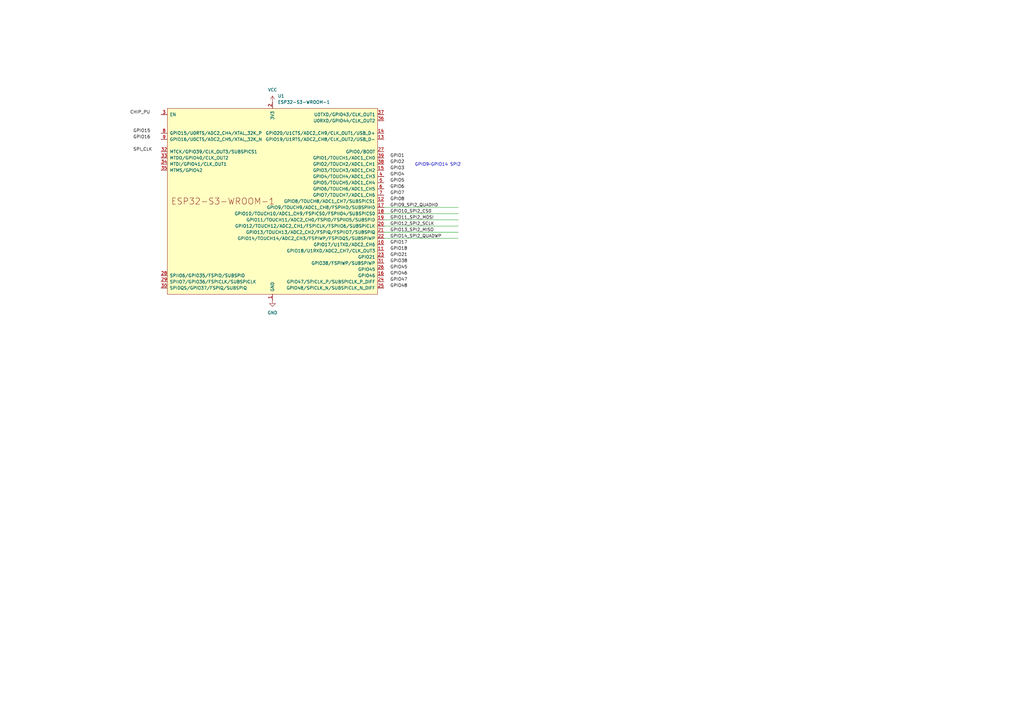
<source format=kicad_sch>
(kicad_sch (version 20250114) (generator "eeschema") (generator_version "9.0")
  (paper "A3")
  (lib_symbols
    (symbol "PCM_Espressif:ESP32-S3-WROOM-1" (pin_names (offset 1.016))
      (property "Reference" "U" (at -43.18 43.18 0))
      (property "Value" "ESP32-S3-WROOM-1" (at -43.18 40.64 0))
      (symbol "ESP32-S3-WROOM-1_0_0"
        (text "ESP32-S3-WROOM-1" (at -20.32 0 0) (effects (font (size 2.54 2.54))))
        (pin input line (at -45.72 35.56 0) (length 2.54) (name "EN") (number "3"))
        (pin bidirectional line (at -45.72 27.94 0) (length 2.54) (name "GPIO15/U0RTS/ADC2_CH4/XTAL_32K_P") (number "8"))
        (pin bidirectional line (at -45.72 25.4 0) (length 2.54) (name "GPIO16/U0CTS/ADC2_CH5/XTAL_32K_N") (number "9"))
        (pin bidirectional line (at -45.72 20.32 0) (length 2.54) (name "MTCK/GPIO39/CLK_OUT3/SUBSPICS1") (number "32"))
        (pin bidirectional line (at -45.72 17.78 0) (length 2.54) (name "MTDO/GPIO40/CLK_OUT2") (number "33"))
        (pin bidirectional line (at -45.72 15.24 0) (length 2.54) (name "MTDI/GPIO41/CLK_OUT1") (number "34"))
        (pin bidirectional line (at -45.72 12.7 0) (length 2.54) (name "MTMS/GPIO42") (number "35"))
        (pin bidirectional line (at -45.72 -30.48 0) (length 2.54) (name "SPIIO6/GPIO35/FSPID/SUBSPID") (number "28"))
        (pin bidirectional line (at -45.72 -33.02 0) (length 2.54) (name "SPIIO7/GPIO36/FSPICLK/SUBSPICLK") (number "29"))
        (pin bidirectional line (at -45.72 -35.56 0) (length 2.54) (name "SPIDQS/GPIO37/FSPIQ/SUBSPIQ") (number "30"))
        (pin power_in line (at 0 40.64 270) (length 2.54) (name "3V3") (number "2"))
        (pin power_in line (at 0 -40.64 90) (length 2.54) (name "GND") (number "1"))
        (pin passive line (at 0 -40.64 90) (length 2.54) (hide yes) (name "GND") (number "40"))
        (pin passive line (at 0 -40.64 90) (length 2.54) (hide yes) (name "GND") (number "41"))
        (pin bidirectional line (at 45.72 35.56 180) (length 2.54) (name "U0TXD/GPIO43/CLK_OUT1") (number "37"))
        (pin bidirectional line (at 45.72 33.02 180) (length 2.54) (name "U0RXD/GPIO44/CLK_OUT2") (number "36"))
        (pin bidirectional line (at 45.72 27.94 180) (length 2.54) (name "GPIO20/U1CTS/ADC2_CH9/CLK_OUT1/USB_D+") (number "14"))
        (pin bidirectional line (at 45.72 25.4 180) (length 2.54) (name "GPIO19/U1RTS/ADC2_CH8/CLK_OUT2/USB_D-") (number "13"))
        (pin bidirectional line (at 45.72 20.32 180) (length 2.54) (name "GPIO0/BOOT") (number "27"))
        (pin bidirectional line (at 45.72 17.78 180) (length 2.54) (name "GPIO1/TOUCH1/ADC1_CH0") (number "39"))
        (pin bidirectional line (at 45.72 15.24 180) (length 2.54) (name "GPIO2/TOUCH2/ADC1_CH1") (number "38"))
        (pin bidirectional line (at 45.72 12.7 180) (length 2.54) (name "GPIO3/TOUCH3/ADC1_CH2") (number "15"))
        (pin bidirectional line (at 45.72 10.16 180) (length 2.54) (name "GPIO4/TOUCH4/ADC1_CH3") (number "4"))
        (pin bidirectional line (at 45.72 7.62 180) (length 2.54) (name "GPIO5/TOUCH5/ADC1_CH4") (number "5"))
        (pin bidirectional line (at 45.72 5.08 180) (length 2.54) (name "GPIO6/TOUCH6/ADC1_CH5") (number "6"))
        (pin bidirectional line (at 45.72 2.54 180) (length 2.54) (name "GPIO7/TOUCH7/ADC1_CH6") (number "7"))
        (pin bidirectional line (at 45.72 0 180) (length 2.54) (name "GPIO8/TOUCH8/ADC1_CH7/SUBSPICS1") (number "12"))
        (pin bidirectional line (at 45.72 -2.54 180) (length 2.54) (name "GPIO9/TOUCH9/ADC1_CH8/FSPIHD/SUBSPIHD") (number "17"))
        (pin bidirectional line (at 45.72 -5.08 180) (length 2.54) (name "GPIO10/TOUCH10/ADC1_CH9/FSPICS0/FSPIIO4/SUBSPICS0") (number "18"))
        (pin bidirectional line (at 45.72 -7.62 180) (length 2.54) (name "GPIO11/TOUCH11/ADC2_CH0/FSPID/FSPIIO5/SUBSPID") (number "19"))
        (pin bidirectional line (at 45.72 -10.16 180) (length 2.54) (name "GPIO12/TOUCH12/ADC2_CH1/FSPICLK/FSPIIO6/SUBSPICLK") (number "20"))
        (pin bidirectional line (at 45.72 -12.7 180) (length 2.54) (name "GPIO13/TOUCH13/ADC2_CH2/FSPIQ/FSPIIO7/SUBSPIQ") (number "21"))
        (pin bidirectional line (at 45.72 -15.24 180) (length 2.54) (name "GPIO14/TOUCH14/ADC2_CH3/FSPIWP/FSPIDQS/SUBSPIWP") (number "22"))
        (pin bidirectional line (at 45.72 -17.78 180) (length 2.54) (name "GPIO17/U1TXD/ADC2_CH6") (number "10"))
        (pin bidirectional line (at 45.72 -20.32 180) (length 2.54) (name "GPIO18/U1RXD/ADC2_CH7/CLK_OUT3") (number "11"))
        (pin bidirectional line (at 45.72 -22.86 180) (length 2.54) (name "GPIO21") (number "23"))
        (pin bidirectional line (at 45.72 -25.4 180) (length 2.54) (name "GPIO38/FSPIWP/SUBSPIWP") (number "31"))
        (pin bidirectional line (at 45.72 -27.94 180) (length 2.54) (name "GPIO45") (number "26"))
        (pin bidirectional line (at 45.72 -30.48 180) (length 2.54) (name "GPIO46") (number "16"))
        (pin bidirectional line (at 45.72 -33.02 180) (length 2.54) (name "GPIO47/SPICLK_P/SUBSPICLK_P_DIFF") (number "24"))
        (pin bidirectional line (at 45.72 -35.56 180) (length 2.54) (name "GPIO48/SPICLK_N/SUBSPICLK_N_DIFF") (number "25"))
      )
      (symbol "ESP32-S3-WROOM-1_0_1"
        (rectangle (start -43.18 38.1) (end 43.18 -38.1) (fill (type background)))
      )
    )
    (symbol "power:GND" (power) (pin_numbers (hide yes)) (pin_names (offset 0) (hide yes))
      (property "Value" "GND" (at 0 -3.81 0))
      (symbol "GND_0_1"
        (polyline (pts (xy 0 0) (xy 0 -1.27) (xy 1.27 -1.27) (xy 0 -2.54) (xy -1.27 -1.27) (xy 0 -1.27)))
      )
      (symbol "GND_1_1"
        (pin power_in line (at 0 0 270) (length 0) (name "~") (number "1"))
      )
    )
    (symbol "power:VCC" (power) (pin_numbers (hide yes)) (pin_names (offset 0) (hide yes))
      (property "Value" "VCC" (at 0 3.556 0))
      (symbol "VCC_0_1"
        (polyline (pts (xy -0.762 1.27) (xy 0 2.54)))
        (polyline (pts (xy 0 2.54) (xy 0.762 1.27)))
        (polyline (pts (xy 0 0) (xy 0 2.54)))
      )
      (symbol "VCC_1_1"
        (pin power_in line (at 0 0 90) (length 0) (name "~") (number "1"))
      )
    )
  )
  (text "GPIO9~GPIO14 SPI2" (at 179.578 67.564 0) (effects (font (size 1.27 1.27))))
  (wire (pts (xy 157.48 85.09) (xy 187.96 85.09)))
  (wire (pts (xy 157.48 95.25) (xy 187.96 95.25)))
  (wire (pts (xy 157.48 90.17) (xy 187.96 90.17)))
  (wire (pts (xy 157.48 87.63) (xy 187.96 87.63)))
  (wire (pts (xy 157.48 92.71) (xy 187.96 92.71)))
  (wire (pts (xy 157.48 97.79) (xy 187.96 97.79)))
  (label "GPIO16" (at 54.61 57.15 0))
  (label "GPIO38" (at 160.02 107.95 0))
  (label "GPIO7" (at 160.02 80.01 0))
  (label "GPIO47" (at 160.02 115.57 0))
  (label "GPIO9_SPI2_QUADHD" (at 160.02 85.09 0))
  (label "GPIO11_SPI2_MOSI" (at 160.02 90.17 0))
  (label "GPIO6" (at 160.02 77.47 0))
  (label "SPI_CLK" (at 54.61 62.23 0))
  (label "GPIO18" (at 160.02 102.87 0))
  (label "GPIO12_SPI2_SCLK" (at 160.02 92.71 0))
  (label "GPIO13_SPI2_MISO" (at 160.02 95.25 0))
  (label "GPIO4" (at 160.02 72.39 0))
  (label "GPIO5" (at 160.02 74.93 0))
  (label "GPIO48" (at 160.02 118.11 0))
  (label "GPIO21" (at 160.02 105.41 0))
  (label "GPIO46" (at 160.02 113.03 0))
  (label "GPIO17" (at 160.02 100.33 0))
  (label "GPIO8" (at 160.02 82.55 0))
  (label "GPIO45" (at 160.02 110.49 0))
  (label "GPIO14_SPI2_QUADWP" (at 160.02 97.79 0))
  (label "GPIO15" (at 54.61 54.61 0))
  (label "GPIO3" (at 160.02 69.85 0))
  (label "GPIO2" (at 160.02 67.31 0))
  (label "GPIO10_SPI2_CS0" (at 160.02 87.63 0))
  (label "CHIP_PU" (at 53.34 46.99 0))
  (label "GPIO1" (at 160.02 64.77 0))
  (symbol (lib_id "power:GND") (at 111.76 123.19 0) (unit 1)
    (property "Reference" "#PWR01" (effects (hide yes)))
    (property "Value" "GND" (at 111.76 128.27 0))
    (property "Description" "Power symbol creates a global label with name \"GND\" , ground" (effects (hide yes)))
  )
  (symbol (lib_id "power:VCC") (at 111.76 41.91 0) (unit 1)
    (property "Reference" "#PWR02" (effects (hide yes)))
    (property "Value" "VCC" (at 111.76 36.83 0))
    (property "Description" "Power symbol creates a global label with name \"VCC\"" (effects (hide yes)))
  )
  (symbol (lib_id "PCM_Espressif:ESP32-S3-WROOM-1") (at 111.76 82.55 0) (unit 1)
    (property "Reference" "U1" (at 113.9033 39.37 0) (effects (justify left)))
    (property "Value" "ESP32-S3-WROOM-1" (at 113.9033 41.91 0) (effects (justify left)))
    (property "Footprint" "PCM_Espressif:ESP32-S3-WROOM-1" (effects (hide yes)))
    (property "Datasheet" "https://www.espressif.com/sites/default/files/documentation/esp32-s3-wroom-1_wroom-1u_datasheet_en.pdf" (effects (hide yes)))
    (property "Description" "2.4 GHz WiFi (802.11 b/g/n) and Bluetooth ® 5 (LE) module Built around ESP32S3 series of SoCs, Xtensa ® dualcore 32bit LX7 microprocessor Flash up to 16 MB, PSRAM up to 8 MB 36 GPIOs, rich set of peripherals Onboard PCB antenna" (effects (hide yes)))
  )
)
</source>
